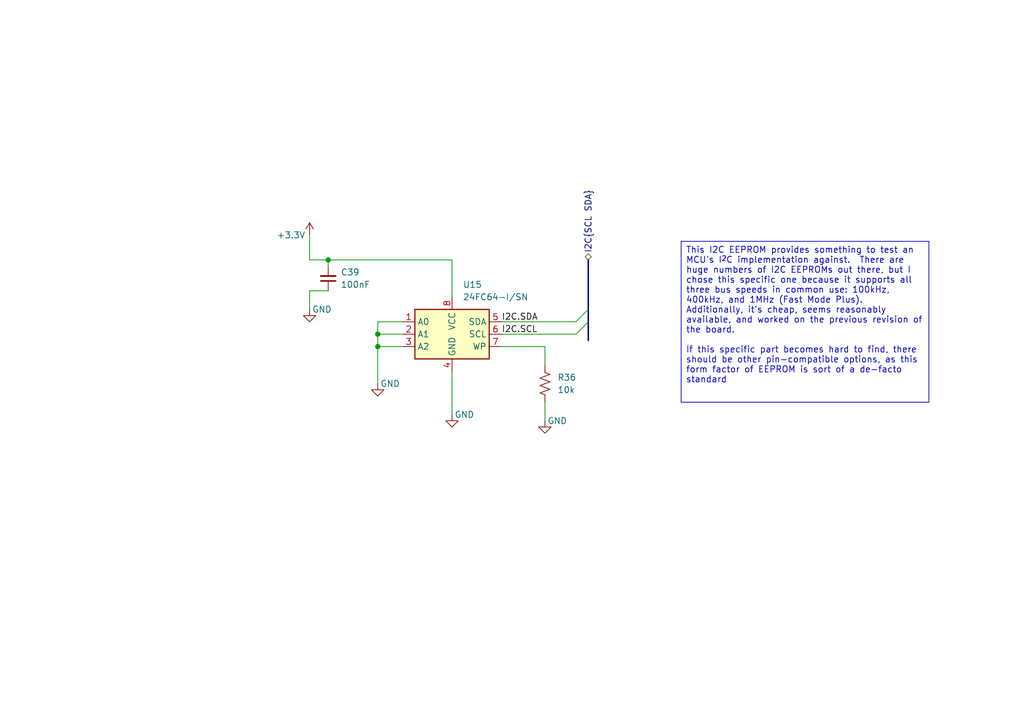
<source format=kicad_sch>
(kicad_sch (version 20231120) (generator "eeschema") (generator_version "8.0")
  (paper "A5")
  (title_block (title "I^{2}C EEPROM"))
  (lib_symbols
    (symbol "Device:C_Small" (pin_numbers hide) (pin_names (offset 0.254) hide)
      (property "Reference" "C" (at 0.254 1.778 0))
      (property "Value" "C_Small" (at 0.254 -2.032 0))
      (symbol "C_Small_0_1"
        (polyline (pts (xy -1.524 -0.508) (xy 1.524 -0.508)) (stroke (width 0.3302)))
        (polyline (pts (xy -1.524 0.508) (xy 1.524 0.508)) (stroke (width 0.3048)))
      )
      (symbol "C_Small_1_1"
        (pin passive line (at 0 2.54 270) (length 2.032) (name "~") (number "1"))
        (pin passive line (at 0 -2.54 90) (length 2.032) (name "~") (number "2"))
      )
    )
    (symbol "Device:R_US" (pin_numbers hide) (pin_names (offset 0))
      (property "Reference" "R" (at 2.54 0 90))
      (property "Value" "R_US" (at -2.54 0 90))
      (symbol "R_US_0_1"
        (polyline (pts (xy 0 -2.286) (xy 0 -2.54)))
        (polyline (pts (xy 0 2.286) (xy 0 2.54)))
        (polyline (pts (xy 0 -0.762) (xy 1.016 -1.143) (xy 0 -1.524) (xy -1.016 -1.905) (xy 0 -2.286)))
        (polyline (pts (xy 0 0.762) (xy 1.016 0.381) (xy 0 0) (xy -1.016 -0.381) (xy 0 -0.762)))
        (polyline (pts (xy 0 2.286) (xy 1.016 1.905) (xy 0 1.524) (xy -1.016 1.143) (xy 0 0.762)))
      )
      (symbol "R_US_1_1"
        (pin passive line (at 0 3.81 270) (length 1.27) (name "~") (number "1"))
        (pin passive line (at 0 -3.81 90) (length 1.27) (name "~") (number "2"))
      )
    )
    (symbol "Memory_EEPROM:24LC02"
      (property "Reference" "U" (at -6.35 6.35 0))
      (property "Value" "24LC02" (at 1.27 6.35 0))
      (symbol "24LC02_1_1"
        (rectangle (start -7.62 5.08) (end 7.62 -5.08) (stroke (width 0.254)) (fill (type background)))
        (pin input line (at -10.16 2.54 0) (length 2.54) (name "A0") (number "1"))
        (pin input line (at -10.16 0 0) (length 2.54) (name "A1") (number "2"))
        (pin input line (at -10.16 -2.54 0) (length 2.54) (name "A2") (number "3"))
        (pin power_in line (at 0 -7.62 90) (length 2.54) (name "GND") (number "4"))
        (pin bidirectional line (at 10.16 2.54 180) (length 2.54) (name "SDA") (number "5"))
        (pin input line (at 10.16 0 180) (length 2.54) (name "SCL") (number "6"))
        (pin input line (at 10.16 -2.54 180) (length 2.54) (name "WP") (number "7"))
        (pin power_in line (at 0 7.62 270) (length 2.54) (name "VCC") (number "8"))
      )
    )
    (symbol "power:+3.3V" (power) (pin_numbers hide) (pin_names (offset 0) hide)
      (property "Value" "+3.3V" (at 0 3.556 0))
      (symbol "+3.3V_0_1"
        (polyline (pts (xy -0.762 1.27) (xy 0 2.54)))
        (polyline (pts (xy 0 0) (xy 0 2.54)))
        (polyline (pts (xy 0 2.54) (xy 0.762 1.27)))
      )
      (symbol "+3.3V_1_1"
        (pin power_in line (at 0 0 90) (length 0) (name "~") (number "1"))
      )
    )
    (symbol "power:GND" (power) (pin_numbers hide) (pin_names (offset 0) hide)
      (property "Value" "GND" (at 0 -3.81 0))
      (symbol "GND_0_1"
        (polyline (pts (xy 0 0) (xy 0 -1.27) (xy 1.27 -1.27) (xy 0 -2.54) (xy -1.27 -1.27) (xy 0 -1.27)))
      )
      (symbol "GND_1_1"
        (pin power_in line (at 0 0 270) (length 0) (name "~") (number "1"))
      )
    )
  )
  (junction (at 67.31 53.34))
  (junction (at 77.47 68.58))
  (junction (at 77.47 71.12))
  (bus_entry (at 120.65 63.5) (size -2.54 2.54))
  (bus_entry (at 120.65 66.04) (size -2.54 2.54))
  (wire (pts (xy 77.47 71.12) (xy 77.47 78.74)))
  (wire (pts (xy 77.47 68.58) (xy 77.47 71.12)))
  (wire (pts (xy 63.5 53.34) (xy 67.31 53.34)))
  (wire (pts (xy 67.31 53.34) (xy 67.31 54.61)))
  (wire (pts (xy 67.31 53.34) (xy 92.71 53.34)))
  (bus (pts (xy 120.65 53.34) (xy 120.65 63.5)))
  (wire (pts (xy 92.71 76.2) (xy 92.71 85.09)))
  (wire (pts (xy 82.55 68.58) (xy 77.47 68.58)))
  (wire (pts (xy 111.76 71.12) (xy 111.76 74.93)))
  (bus (pts (xy 120.65 63.5) (xy 120.65 66.04)))
  (wire (pts (xy 77.47 66.04) (xy 77.47 68.58)))
  (wire (pts (xy 67.31 59.69) (xy 63.5 59.69)))
  (wire (pts (xy 111.76 82.55) (xy 111.76 86.36)))
  (wire (pts (xy 63.5 59.69) (xy 63.5 63.5)))
  (wire (pts (xy 63.5 48.26) (xy 63.5 53.34)))
  (wire (pts (xy 102.87 71.12) (xy 111.76 71.12)))
  (wire (pts (xy 92.71 53.34) (xy 92.71 60.96)))
  (wire (pts (xy 82.55 66.04) (xy 77.47 66.04)))
  (wire (pts (xy 102.87 66.04) (xy 118.11 66.04)))
  (wire (pts (xy 82.55 71.12) (xy 77.47 71.12)))
  (wire (pts (xy 102.87 68.58) (xy 118.11 68.58)))
  (bus (pts (xy 120.65 66.04) (xy 120.65 69.85)))
  (text_box "This I2C EEPROM provides something to test an MCU's I^{2}C implementation against.  There are huge numbers of I2C EEPROMs out there, but I chose this specific one because it supports all three bus speeds in common use: 100kHz, 400kHz, and 1MHz (Fast Mode Plus).  Additionally, it's cheap, seems reasonably available, and worked on the previous revision of the board.\n\nIf this specific part becomes hard to find, there should be other pin-compatible options, as this form factor of EEPROM is sort of a de-facto standard" (at 139.7 49.53 0) (size 50.8 33.02) (effects (font (size 1.27 1.27)) (justify left top)))
  (label "I2C.SDA" (at 102.87 66.04 0))
  (label "I2C.SCL" (at 102.87 68.58 0))
  (hierarchical_label "I2C{SCL SDA}" (shape bidirectional) (at 120.65 53.34 90))
  (symbol (lib_id "power:GND") (at 111.76 86.36 0) (unit 1)
    (property "Reference" "#PWR078" (effects (hide yes)))
    (property "Value" "GND" (at 114.3 86.36 0))
    (property "Description" "Power symbol creates a global label with name \"GND\" , ground" (effects (hide yes)))
  )
  (symbol (lib_id "Device:R_US") (at 111.76 78.74 0) (unit 1)
    (property "Reference" "R36" (at 114.3 77.47 0) (effects (justify left)))
    (property "Value" "10k" (at 114.3 80.01 0) (effects (justify left)))
    (property "Footprint" "Resistor_SMD:R_1206_3216Metric" (effects (hide yes)))
    (property "Description" "Resistor, US symbol" (effects (hide yes)))
    (property "Supplier" "Digi-Key" (effects (hide yes)))
    (property "LibRef" "ERJ-8ENF1002V" (effects (hide yes)))
    (property "SKU" "P10.0KFCT-ND" (effects (hide yes)))
  )
  (symbol (lib_id "power:GND") (at 92.71 85.09 0) (unit 1)
    (property "Reference" "#PWR079" (effects (hide yes)))
    (property "Value" "GND" (at 95.25 85.09 0))
    (property "Description" "Power symbol creates a global label with name \"GND\" , ground" (effects (hide yes)))
  )
  (symbol (lib_id "power:+3.3V") (at 63.5 48.26 0) (unit 1)
    (property "Reference" "#PWR077" (effects (hide yes)))
    (property "Value" "+3.3V" (at 59.69 48.26 0))
    (property "Description" "Power symbol creates a global label with name \"+3.3V\"" (effects (hide yes)))
  )
  (symbol (lib_id "power:GND") (at 63.5 63.5 0) (unit 1)
    (property "Reference" "#PWR080" (effects (hide yes)))
    (property "Value" "GND" (at 66.04 63.5 0))
    (property "Description" "Power symbol creates a global label with name \"GND\" , ground" (effects (hide yes)))
  )
  (symbol (lib_id "Device:C_Small") (at 67.31 57.15 180) (unit 1)
    (property "Reference" "C39" (at 69.85 55.8736 0) (effects (justify right)))
    (property "Value" "100nF" (at 69.85 58.4136 0) (effects (justify right)))
    (property "Footprint" "Capacitor_SMD:C_1206_3216Metric" (effects (hide yes)))
    (property "Description" "Unpolarized capacitor, small symbol" (effects (hide yes)))
    (property "Supplier" "Digi-Key" (effects (hide yes)))
    (property "LibRef" "GRM319R72A104KA01D" (effects (hide yes)))
  )
  (symbol (lib_id "power:GND") (at 77.47 78.74 0) (unit 1)
    (property "Reference" "#PWR085" (effects (hide yes)))
    (property "Value" "GND" (at 80.01 78.74 0))
    (property "Description" "Power symbol creates a global label with name \"GND\" , ground" (effects (hide yes)))
  )
  (symbol (lib_id "Memory_EEPROM:24LC02") (at 92.71 68.58 0) (unit 1)
    (property "Reference" "U15" (at 94.9041 58.42 0) (effects (justify left)))
    (property "Value" "24FC64-I/SN" (at 94.9041 60.96 0) (effects (justify left)))
    (property "Footprint" "Package_SO:SOIC-8_3.9x4.9mm_P1.27mm" (effects (hide yes)))
    (property "Datasheet" "http://ww1.microchip.com/downloads/en/DeviceDoc/21709c.pdf" (effects (hide yes)))
    (property "Description" "I2C Serial EEPROM, 2Kb, DIP-8/SOIC-8/TSSOP-8/DFN-8" (effects (hide yes)))
    (property "SKU" "24FC64T-I/SNCT-ND" (effects (hide yes)))
    (property "Supplier" "Digi-Key" (effects (hide yes)))
  )
)
</source>
